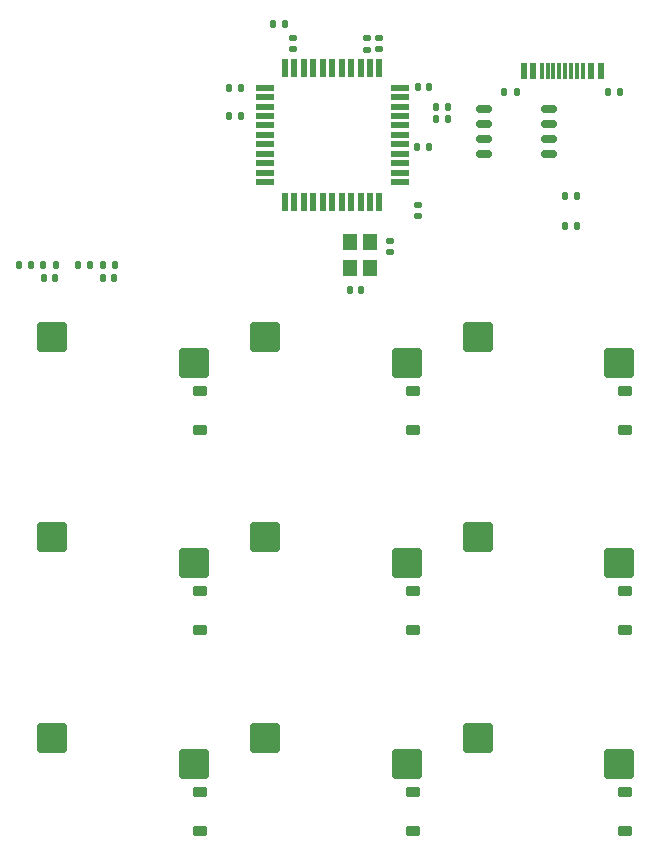
<source format=gbr>
%TF.GenerationSoftware,KiCad,Pcbnew,8.0.3*%
%TF.CreationDate,2024-08-18T23:13:00-04:00*%
%TF.ProjectId,MACROPAD,4d414352-4f50-4414-942e-6b696361645f,rev?*%
%TF.SameCoordinates,Original*%
%TF.FileFunction,Paste,Bot*%
%TF.FilePolarity,Positive*%
%FSLAX46Y46*%
G04 Gerber Fmt 4.6, Leading zero omitted, Abs format (unit mm)*
G04 Created by KiCad (PCBNEW 8.0.3) date 2024-08-18 23:13:00*
%MOMM*%
%LPD*%
G01*
G04 APERTURE LIST*
G04 Aperture macros list*
%AMRoundRect*
0 Rectangle with rounded corners*
0 $1 Rounding radius*
0 $2 $3 $4 $5 $6 $7 $8 $9 X,Y pos of 4 corners*
0 Add a 4 corners polygon primitive as box body*
4,1,4,$2,$3,$4,$5,$6,$7,$8,$9,$2,$3,0*
0 Add four circle primitives for the rounded corners*
1,1,$1+$1,$2,$3*
1,1,$1+$1,$4,$5*
1,1,$1+$1,$6,$7*
1,1,$1+$1,$8,$9*
0 Add four rect primitives between the rounded corners*
20,1,$1+$1,$2,$3,$4,$5,0*
20,1,$1+$1,$4,$5,$6,$7,0*
20,1,$1+$1,$6,$7,$8,$9,0*
20,1,$1+$1,$8,$9,$2,$3,0*%
G04 Aperture macros list end*
%ADD10RoundRect,0.135000X-0.135000X-0.185000X0.135000X-0.185000X0.135000X0.185000X-0.135000X0.185000X0*%
%ADD11RoundRect,0.135000X0.135000X0.185000X-0.135000X0.185000X-0.135000X-0.185000X0.135000X-0.185000X0*%
%ADD12RoundRect,0.140000X0.170000X-0.140000X0.170000X0.140000X-0.170000X0.140000X-0.170000X-0.140000X0*%
%ADD13RoundRect,0.140000X-0.140000X-0.170000X0.140000X-0.170000X0.140000X0.170000X-0.140000X0.170000X0*%
%ADD14RoundRect,0.250000X-1.025000X-1.000000X1.025000X-1.000000X1.025000X1.000000X-1.025000X1.000000X0*%
%ADD15R,0.600000X1.450000*%
%ADD16R,0.300000X1.450000*%
%ADD17RoundRect,0.225000X0.375000X-0.225000X0.375000X0.225000X-0.375000X0.225000X-0.375000X-0.225000X0*%
%ADD18RoundRect,0.150000X0.500000X0.150000X-0.500000X0.150000X-0.500000X-0.150000X0.500000X-0.150000X0*%
%ADD19R,1.500000X0.550000*%
%ADD20R,0.550000X1.500000*%
%ADD21RoundRect,0.140000X-0.170000X0.140000X-0.170000X-0.140000X0.170000X-0.140000X0.170000X0.140000X0*%
%ADD22R,1.200000X1.400000*%
G04 APERTURE END LIST*
D10*
%TO.C,R13*%
X165100000Y-68332500D03*
X164080000Y-68332500D03*
%TD*%
%TO.C,R12*%
X165100000Y-65792500D03*
X164080000Y-65792500D03*
%TD*%
D11*
%TO.C,R11*%
X135610000Y-56612500D03*
X136630000Y-56612500D03*
%TD*%
D12*
%TO.C,C10*%
X147250000Y-52432500D03*
X147250000Y-53392500D03*
%TD*%
%TO.C,C8*%
X141010000Y-53382500D03*
X141010000Y-52422500D03*
%TD*%
D13*
%TO.C,C3*%
X152540000Y-56552500D03*
X151580000Y-56552500D03*
%TD*%
D12*
%TO.C,C2*%
X148350000Y-53382500D03*
X148350000Y-52422500D03*
%TD*%
D13*
%TO.C,C1*%
X152510000Y-61612500D03*
X151550000Y-61612500D03*
%TD*%
D14*
%TO.C,S1*%
X132650000Y-79900000D03*
X120650000Y-77700000D03*
%TD*%
%TO.C,S3*%
X168650000Y-79900000D03*
X156650000Y-77700000D03*
%TD*%
%TO.C,S2*%
X150650000Y-79900000D03*
X138650000Y-77700000D03*
%TD*%
%TO.C,S8*%
X150650000Y-113900000D03*
X138650000Y-111700000D03*
%TD*%
%TO.C,S9*%
X168650000Y-113900000D03*
X156650000Y-111700000D03*
%TD*%
%TO.C,S5*%
X150650000Y-96900000D03*
X138650000Y-94700000D03*
%TD*%
%TO.C,S4*%
X132650000Y-96900000D03*
X120650000Y-94700000D03*
%TD*%
%TO.C,S6*%
X168650000Y-96900000D03*
X156650000Y-94700000D03*
%TD*%
%TO.C,S7*%
X132650000Y-113900000D03*
X120650000Y-111700000D03*
%TD*%
D15*
%TO.C,J1*%
X160580000Y-55187500D03*
X161380000Y-55187500D03*
D16*
X162580000Y-55187500D03*
X163580000Y-55187500D03*
X164080000Y-55187500D03*
X165080000Y-55187500D03*
D15*
X166280000Y-55187500D03*
X167080000Y-55187500D03*
X167080000Y-55187500D03*
X166280000Y-55187500D03*
D16*
X165580000Y-55187500D03*
X164580000Y-55187500D03*
X163080000Y-55187500D03*
X162080000Y-55187500D03*
D15*
X161380000Y-55187500D03*
X160580000Y-55187500D03*
%TD*%
D17*
%TO.C,D5*%
X151150000Y-102575000D03*
X151150000Y-99275000D03*
%TD*%
%TO.C,D1*%
X133150000Y-85575000D03*
X133150000Y-82275000D03*
%TD*%
D18*
%TO.C,U1*%
X162700000Y-58425000D03*
X162700000Y-59695000D03*
X162700000Y-60965000D03*
X162700000Y-62235000D03*
X157200000Y-62235000D03*
X157200000Y-60965000D03*
X157200000Y-59695000D03*
X157200000Y-58425000D03*
%TD*%
D19*
%TO.C,U3*%
X150050000Y-56612500D03*
X150050000Y-57412500D03*
X150050000Y-58212500D03*
X150050000Y-59012500D03*
X150050000Y-59812500D03*
X150050000Y-60612500D03*
X150050000Y-61412500D03*
X150050000Y-62212500D03*
X150050000Y-63012500D03*
X150050000Y-63812500D03*
X150050000Y-64612500D03*
D20*
X148350000Y-66312500D03*
X147550000Y-66312500D03*
X146750000Y-66312500D03*
X145950000Y-66312500D03*
X145150000Y-66312500D03*
X144350000Y-66312500D03*
X143550000Y-66312500D03*
X142750000Y-66312500D03*
X141950000Y-66312500D03*
X141150000Y-66312500D03*
X140350000Y-66312500D03*
D19*
X138650000Y-64612500D03*
X138650000Y-63812500D03*
X138650000Y-63012500D03*
X138650000Y-62212500D03*
X138650000Y-61412500D03*
X138650000Y-60612500D03*
X138650000Y-59812500D03*
X138650000Y-59012500D03*
X138650000Y-58212500D03*
X138650000Y-57412500D03*
X138650000Y-56612500D03*
D20*
X140350000Y-54912500D03*
X141150000Y-54912500D03*
X141950000Y-54912500D03*
X142750000Y-54912500D03*
X143550000Y-54912500D03*
X144350000Y-54912500D03*
X145150000Y-54912500D03*
X145950000Y-54912500D03*
X146750000Y-54912500D03*
X147550000Y-54912500D03*
X148350000Y-54912500D03*
%TD*%
D10*
%TO.C,R6*%
X122800000Y-71602500D03*
X123820000Y-71602500D03*
%TD*%
D11*
%TO.C,R3*%
X154170000Y-58212500D03*
X153150000Y-58212500D03*
%TD*%
D10*
%TO.C,R2*%
X154170000Y-59272500D03*
X153150000Y-59272500D03*
%TD*%
%TO.C,R8*%
X117800000Y-71602500D03*
X118820000Y-71602500D03*
%TD*%
D17*
%TO.C,D6*%
X169150000Y-102575000D03*
X169150000Y-99275000D03*
%TD*%
D11*
%TO.C,R4*%
X159950000Y-56982500D03*
X158930000Y-56982500D03*
%TD*%
D13*
%TO.C,C7*%
X119950000Y-72712500D03*
X120910000Y-72712500D03*
%TD*%
D10*
%TO.C,R5*%
X167710000Y-56982500D03*
X168730000Y-56982500D03*
%TD*%
D17*
%TO.C,D3*%
X169150000Y-85575000D03*
X169150000Y-82275000D03*
%TD*%
%TO.C,D4*%
X133150000Y-102575000D03*
X133150000Y-99275000D03*
%TD*%
%TO.C,D2*%
X151150000Y-85575000D03*
X151150000Y-82275000D03*
%TD*%
D21*
%TO.C,C4*%
X151650000Y-67492500D03*
X151650000Y-66532500D03*
%TD*%
D17*
%TO.C,D9*%
X169150000Y-119575000D03*
X169150000Y-116275000D03*
%TD*%
D21*
%TO.C,C6*%
X149250000Y-69612500D03*
X149250000Y-70572500D03*
%TD*%
D13*
%TO.C,C9*%
X124950000Y-72712500D03*
X125910000Y-72712500D03*
%TD*%
D17*
%TO.C,D8*%
X151150000Y-119575000D03*
X151150000Y-116275000D03*
%TD*%
D10*
%TO.C,R9*%
X124900000Y-71602500D03*
X125920000Y-71602500D03*
%TD*%
%TO.C,R1*%
X140360000Y-51200000D03*
X139340000Y-51200000D03*
%TD*%
D11*
%TO.C,R10*%
X120920000Y-71602500D03*
X119900000Y-71602500D03*
%TD*%
D22*
%TO.C,Y1*%
X147550000Y-69712500D03*
X147550000Y-71912500D03*
X145850000Y-71912500D03*
X145850000Y-69712500D03*
%TD*%
D13*
%TO.C,C5*%
X146820000Y-73772500D03*
X145860000Y-73772500D03*
%TD*%
D11*
%TO.C,R7*%
X136650000Y-59012500D03*
X135630000Y-59012500D03*
%TD*%
D17*
%TO.C,D7*%
X133150000Y-119575000D03*
X133150000Y-116275000D03*
%TD*%
M02*

</source>
